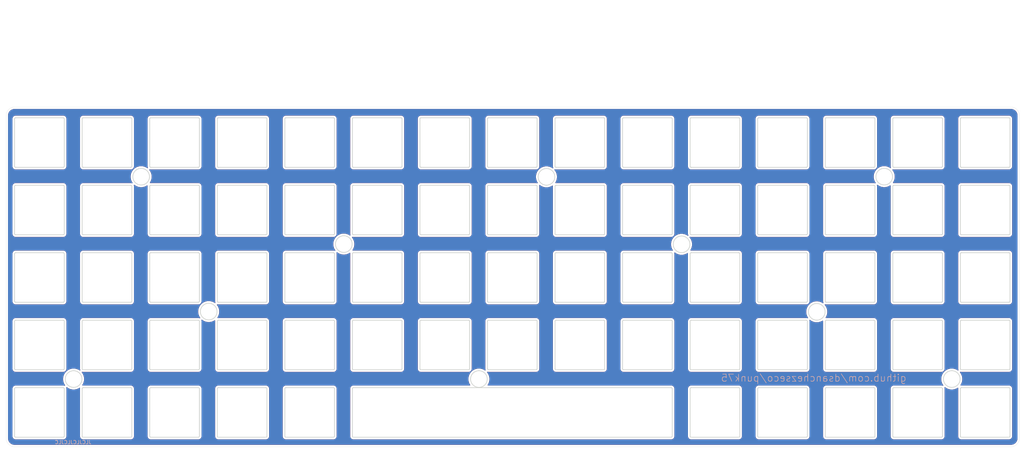
<source format=kicad_pcb>
(kicad_pcb (version 20171130) (host pcbnew "(5.1.6)-1")
  (layers (0 F.Cu signal) (31 B.Cu signal) (34 B.Paste user hide) (35 F.Paste user hide) (36 B.SilkS user) (37 F.SilkS user) (38 B.Mask user hide) (39 F.Mask user hide) (44 Edge.Cuts user))
  (net 0 "")
  (gr_circle (center 307.98 192.1) (end 310.33 192.1) (layer Edge.Cuts) (width 0.2))
  (gr_arc (start 362.74875 136.68) (end 365.13 136.68) (angle -90) (layer Edge.Cuts) (width 0.05))
  (gr_arc (start 81.76 136.68) (end 81.76 134.29875) (angle -90) (layer Edge.Cuts) (width 0.05))
  (gr_line (start 81.76 134.29875) (end 362.74875 134.29875) (layer Edge.Cuts) (width 0.05))
  (gr_line (start 79.37875 136.68) (end 79.375 227.80625) (layer Edge.Cuts) (width 0.05))
  (gr_line (start 228.824163 170.365837) (end 215.424163 170.365837) (layer Edge.Cuts) (width 0.2))
  (gr_arc (start 215.424163 156.665837) (end 215.424163 156.365837) (angle -90) (layer Edge.Cuts) (width 0.2))
  (gr_line (start 152.624163 189.415837) (end 139.224163 189.415837) (layer Edge.Cuts) (width 0.2))
  (gr_line (start 348.774163 137.315837) (end 362.174163 137.315837) (layer Edge.Cuts) (width 0.2))
  (gr_line (start 329.424163 151.015837) (end 329.424163 137.615837) (layer Edge.Cuts) (width 0.2))
  (gr_line (start 362.474163 137.615837) (end 362.474163 151.015837) (layer Edge.Cuts) (width 0.2))
  (gr_line (start 329.724163 137.315837) (end 343.124163 137.315837) (layer Edge.Cuts) (width 0.2))
  (gr_arc (start 348.774163 151.015837) (end 348.474163 151.015837) (angle -90) (layer Edge.Cuts) (width 0.2))
  (gr_line (start 229.124163 156.665837) (end 229.124163 170.065837) (layer Edge.Cuts) (width 0.2))
  (gr_arc (start 348.774163 137.615837) (end 348.774163 137.315837) (angle -90) (layer Edge.Cuts) (width 0.2))
  (gr_arc (start 343.124163 151.015837) (end 343.124163 151.315837) (angle -90) (layer Edge.Cuts) (width 0.2))
  (gr_line (start 348.474163 151.015837) (end 348.474163 137.615837) (layer Edge.Cuts) (width 0.2))
  (gr_line (start 343.424163 137.615837) (end 343.424163 151.015837) (layer Edge.Cuts) (width 0.2))
  (gr_arc (start 228.824163 156.665837) (end 229.124163 156.665837) (angle -90) (layer Edge.Cuts) (width 0.2))
  (gr_arc (start 329.724163 151.015837) (end 329.424163 151.015837) (angle -90) (layer Edge.Cuts) (width 0.2))
  (gr_line (start 343.124163 151.315837) (end 329.724163 151.315837) (layer Edge.Cuts) (width 0.2))
  (gr_arc (start 215.424163 170.065837) (end 215.124163 170.065837) (angle -90) (layer Edge.Cuts) (width 0.2))
  (gr_line (start 215.124163 170.065837) (end 215.124163 156.665837) (layer Edge.Cuts) (width 0.2))
  (gr_line (start 215.424163 156.365837) (end 228.824163 156.365837) (layer Edge.Cuts) (width 0.2))
  (gr_arc (start 362.174163 137.615837) (end 362.474163 137.615837) (angle -90) (layer Edge.Cuts) (width 0.2))
  (gr_arc (start 329.724163 137.615837) (end 329.724163 137.315837) (angle -90) (layer Edge.Cuts) (width 0.2))
  (gr_arc (start 343.124163 137.615837) (end 343.424163 137.615837) (angle -90) (layer Edge.Cuts) (width 0.2))
  (gr_arc (start 228.824163 170.065837) (end 228.824163 170.365837) (angle -90) (layer Edge.Cuts) (width 0.2))
  (gr_arc (start 152.624163 227.215837) (end 152.624163 227.515837) (angle -90) (layer Edge.Cuts) (width 0.2))
  (gr_line (start 171.674163 227.515837) (end 158.274163 227.515837) (layer Edge.Cuts) (width 0.2))
  (gr_arc (start 120.174163 227.215837) (end 119.874163 227.215837) (angle -90) (layer Edge.Cuts) (width 0.2))
  (gr_line (start 133.874163 213.815837) (end 133.874163 227.215837) (layer Edge.Cuts) (width 0.2))
  (gr_arc (start 101.124163 213.815837) (end 101.124163 213.515837) (angle -90) (layer Edge.Cuts) (width 0.2))
  (gr_line (start 152.624163 227.515837) (end 139.224163 227.515837) (layer Edge.Cuts) (width 0.2))
  (gr_arc (start 171.674163 227.215837) (end 171.674163 227.515837) (angle -90) (layer Edge.Cuts) (width 0.2))
  (gr_line (start 138.924163 227.215837) (end 138.924163 213.815837) (layer Edge.Cuts) (width 0.2))
  (gr_arc (start 139.224163 227.215837) (end 138.924163 227.215837) (angle -90) (layer Edge.Cuts) (width 0.2))
  (gr_arc (start 152.624163 213.815837) (end 152.924163 213.815837) (angle -90) (layer Edge.Cuts) (width 0.2))
  (gr_line (start 119.874163 227.215837) (end 119.874163 213.815837) (layer Edge.Cuts) (width 0.2))
  (gr_line (start 157.974163 227.215837) (end 157.974163 213.815837) (layer Edge.Cuts) (width 0.2))
  (gr_line (start 101.124163 213.515837) (end 114.524163 213.515837) (layer Edge.Cuts) (width 0.2))
  (gr_arc (start 120.174163 213.815837) (end 120.174163 213.515837) (angle -90) (layer Edge.Cuts) (width 0.2))
  (gr_line (start 152.924163 213.815837) (end 152.924163 227.215837) (layer Edge.Cuts) (width 0.2))
  (gr_line (start 120.174163 213.515837) (end 133.574163 213.515837) (layer Edge.Cuts) (width 0.2))
  (gr_arc (start 158.274163 213.815837) (end 158.274163 213.515837) (angle -90) (layer Edge.Cuts) (width 0.2))
  (gr_arc (start 133.574163 227.215837) (end 133.574163 227.515837) (angle -90) (layer Edge.Cuts) (width 0.2))
  (gr_arc (start 139.224163 213.815837) (end 139.224163 213.515837) (angle -90) (layer Edge.Cuts) (width 0.2))
  (gr_arc (start 101.124163 227.215837) (end 100.824163 227.215837) (angle -90) (layer Edge.Cuts) (width 0.2))
  (gr_line (start 100.824163 227.215837) (end 100.824163 213.815837) (layer Edge.Cuts) (width 0.2))
  (gr_line (start 139.224163 213.515837) (end 152.624163 213.515837) (layer Edge.Cuts) (width 0.2))
  (gr_arc (start 171.674163 213.815837) (end 171.974163 213.815837) (angle -90) (layer Edge.Cuts) (width 0.2))
  (gr_line (start 133.574163 227.515837) (end 120.174163 227.515837) (layer Edge.Cuts) (width 0.2))
  (gr_line (start 158.274163 213.515837) (end 171.674163 213.515837) (layer Edge.Cuts) (width 0.2))
  (gr_arc (start 133.574163 213.815837) (end 133.874163 213.815837) (angle -90) (layer Edge.Cuts) (width 0.2))
  (gr_line (start 171.974163 213.815837) (end 171.974163 227.215837) (layer Edge.Cuts) (width 0.2))
  (gr_arc (start 95.474163 227.215837) (end 95.474163 227.515837) (angle -90) (layer Edge.Cuts) (width 0.2))
  (gr_line (start 329.424163 208.165837) (end 329.424163 194.765837) (layer Edge.Cuts) (width 0.2))
  (gr_line (start 95.474163 227.515837) (end 82.074163 227.515837) (layer Edge.Cuts) (width 0.2))
  (gr_arc (start 329.724163 208.165837) (end 329.424163 208.165837) (angle -90) (layer Edge.Cuts) (width 0.2))
  (gr_line (start 348.774163 194.465837) (end 362.174163 194.465837) (layer Edge.Cuts) (width 0.2))
  (gr_line (start 81.774163 227.215837) (end 81.774163 213.815837) (layer Edge.Cuts) (width 0.2))
  (gr_arc (start 343.124163 208.165837) (end 343.124163 208.465837) (angle -90) (layer Edge.Cuts) (width 0.2))
  (gr_line (start 95.774163 213.815837) (end 95.774163 227.215837) (layer Edge.Cuts) (width 0.2))
  (gr_arc (start 362.174163 194.765837) (end 362.474163 194.765837) (angle -90) (layer Edge.Cuts) (width 0.2))
  (gr_arc (start 362.174163 208.165837) (end 362.174163 208.465837) (angle -90) (layer Edge.Cuts) (width 0.2))
  (gr_line (start 348.474163 208.165837) (end 348.474163 194.765837) (layer Edge.Cuts) (width 0.2))
  (gr_arc (start 348.774163 194.765837) (end 348.774163 194.465837) (angle -90) (layer Edge.Cuts) (width 0.2))
  (gr_line (start 362.474163 194.765837) (end 362.474163 208.165837) (layer Edge.Cuts) (width 0.2))
  (gr_line (start 329.724163 194.465837) (end 343.124163 194.465837) (layer Edge.Cuts) (width 0.2))
  (gr_line (start 362.174163 208.465837) (end 348.774163 208.465837) (layer Edge.Cuts) (width 0.2))
  (gr_line (start 343.424163 194.765837) (end 343.424163 208.165837) (layer Edge.Cuts) (width 0.2))
  (gr_arc (start 329.724163 194.765837) (end 329.724163 194.465837) (angle -90) (layer Edge.Cuts) (width 0.2))
  (gr_arc (start 343.124163 194.765837) (end 343.424163 194.765837) (angle -90) (layer Edge.Cuts) (width 0.2))
  (gr_arc (start 114.524163 213.815837) (end 114.824163 213.815837) (angle -90) (layer Edge.Cuts) (width 0.2))
  (gr_line (start 114.824163 213.815837) (end 114.824163 227.215837) (layer Edge.Cuts) (width 0.2))
  (gr_arc (start 114.524163 227.215837) (end 114.524163 227.515837) (angle -90) (layer Edge.Cuts) (width 0.2))
  (gr_line (start 114.524163 227.515837) (end 101.124163 227.515837) (layer Edge.Cuts) (width 0.2))
  (gr_arc (start 82.074163 227.215837) (end 81.774163 227.215837) (angle -90) (layer Edge.Cuts) (width 0.2))
  (gr_line (start 343.124163 208.465837) (end 329.724163 208.465837) (layer Edge.Cuts) (width 0.2))
  (gr_arc (start 82.074163 213.815837) (end 82.074163 213.515837) (angle -90) (layer Edge.Cuts) (width 0.2))
  (gr_line (start 82.074163 213.515837) (end 95.474163 213.515837) (layer Edge.Cuts) (width 0.2))
  (gr_arc (start 95.474163 213.815837) (end 95.774163 213.815837) (angle -90) (layer Edge.Cuts) (width 0.2))
  (gr_arc (start 348.774163 208.165837) (end 348.474163 208.165837) (angle -90) (layer Edge.Cuts) (width 0.2))
  (gr_line (start 291.324163 151.015837) (end 291.324163 137.615837) (layer Edge.Cuts) (width 0.2))
  (gr_arc (start 272.574163 137.615837) (end 272.574163 137.315837) (angle -90) (layer Edge.Cuts) (width 0.2))
  (gr_line (start 291.324163 208.165837) (end 291.324163 194.765837) (layer Edge.Cuts) (width 0.2))
  (gr_line (start 305.024163 208.465837) (end 291.624163 208.465837) (layer Edge.Cuts) (width 0.2))
  (gr_arc (start 291.624163 151.015837) (end 291.324163 151.015837) (angle -90) (layer Edge.Cuts) (width 0.2))
  (gr_line (start 101.124163 156.365837) (end 114.524163 156.365837) (layer Edge.Cuts) (width 0.2))
  (gr_line (start 114.524163 170.365837) (end 101.124163 170.365837) (layer Edge.Cuts) (width 0.2))
  (gr_line (start 133.874163 156.665837) (end 133.874163 170.065837) (layer Edge.Cuts) (width 0.2))
  (gr_line (start 272.274163 208.165837) (end 272.274163 194.765837) (layer Edge.Cuts) (width 0.2))
  (gr_arc (start 285.974163 208.165837) (end 285.974163 208.465837) (angle -90) (layer Edge.Cuts) (width 0.2))
  (gr_arc (start 285.974163 151.015837) (end 285.974163 151.315837) (angle -90) (layer Edge.Cuts) (width 0.2))
  (gr_line (start 177.024163 213.815837) (end 177.024163 227.215837) (layer Edge.Cuts) (width 0.2))
  (gr_line (start 310.374163 208.165837) (end 310.374163 194.765837) (layer Edge.Cuts) (width 0.2))
  (gr_arc (start 305.024163 208.165837) (end 305.024163 208.465837) (angle -90) (layer Edge.Cuts) (width 0.2))
  (gr_arc (start 158.274163 189.115837) (end 157.974163 189.115837) (angle -90) (layer Edge.Cuts) (width 0.2))
  (gr_arc (start 310.674163 208.165837) (end 310.374163 208.165837) (angle -90) (layer Edge.Cuts) (width 0.2))
  (gr_arc (start 158.274163 175.715837) (end 158.274163 175.415837) (angle -90) (layer Edge.Cuts) (width 0.2))
  (gr_arc (start 310.674163 194.765837) (end 310.674163 194.465837) (angle -90) (layer Edge.Cuts) (width 0.2))
  (gr_arc (start 324.074163 194.765837) (end 324.374163 194.765837) (angle -90) (layer Edge.Cuts) (width 0.2))
  (gr_line (start 272.574163 137.315837) (end 285.974163 137.315837) (layer Edge.Cuts) (width 0.2))
  (gr_arc (start 272.574163 194.765837) (end 272.574163 194.465837) (angle -90) (layer Edge.Cuts) (width 0.2))
  (gr_line (start 324.374163 194.765837) (end 324.374163 208.165837) (layer Edge.Cuts) (width 0.2))
  (gr_arc (start 324.074163 208.165837) (end 324.074163 208.465837) (angle -90) (layer Edge.Cuts) (width 0.2))
  (gr_line (start 324.074163 208.465837) (end 310.674163 208.465837) (layer Edge.Cuts) (width 0.2))
  (gr_line (start 272.574163 194.465837) (end 285.974163 194.465837) (layer Edge.Cuts) (width 0.2))
  (gr_line (start 286.274163 137.615837) (end 286.274163 151.015837) (layer Edge.Cuts) (width 0.2))
  (gr_arc (start 272.574163 151.015837) (end 272.274163 151.015837) (angle -90) (layer Edge.Cuts) (width 0.2))
  (gr_line (start 157.974163 189.115837) (end 157.974163 175.715837) (layer Edge.Cuts) (width 0.2))
  (gr_line (start 285.974163 208.465837) (end 272.574163 208.465837) (layer Edge.Cuts) (width 0.2))
  (gr_line (start 119.874163 170.065837) (end 119.874163 156.665837) (layer Edge.Cuts) (width 0.2))
  (gr_line (start 158.274163 175.415837) (end 171.674163 175.415837) (layer Edge.Cuts) (width 0.2))
  (gr_arc (start 285.974163 137.615837) (end 286.274163 137.615837) (angle -90) (layer Edge.Cuts) (width 0.2))
  (gr_line (start 266.924163 213.515837) (end 177.324163 213.515837) (layer Edge.Cuts) (width 0.2))
  (gr_arc (start 291.624163 208.165837) (end 291.324163 208.165837) (angle -90) (layer Edge.Cuts) (width 0.2))
  (gr_arc (start 114.524163 170.065837) (end 114.524163 170.365837) (angle -90) (layer Edge.Cuts) (width 0.2))
  (gr_arc (start 266.924163 213.815837) (end 267.224163 213.815837) (angle -90) (layer Edge.Cuts) (width 0.2))
  (gr_arc (start 285.974163 194.765837) (end 286.274163 194.765837) (angle -90) (layer Edge.Cuts) (width 0.2))
  (gr_arc (start 101.124163 170.065837) (end 100.824163 170.065837) (angle -90) (layer Edge.Cuts) (width 0.2))
  (gr_arc (start 291.624163 194.765837) (end 291.624163 194.465837) (angle -90) (layer Edge.Cuts) (width 0.2))
  (gr_line (start 133.574163 170.365837) (end 120.174163 170.365837) (layer Edge.Cuts) (width 0.2))
  (gr_line (start 305.324163 194.765837) (end 305.324163 208.165837) (layer Edge.Cuts) (width 0.2))
  (gr_arc (start 120.174163 170.065837) (end 119.874163 170.065837) (angle -90) (layer Edge.Cuts) (width 0.2))
  (gr_line (start 286.274163 194.765837) (end 286.274163 208.165837) (layer Edge.Cuts) (width 0.2))
  (gr_line (start 100.824163 170.065837) (end 100.824163 156.665837) (layer Edge.Cuts) (width 0.2))
  (gr_arc (start 305.024163 194.765837) (end 305.324163 194.765837) (angle -90) (layer Edge.Cuts) (width 0.2))
  (gr_line (start 291.624163 137.315837) (end 305.024163 137.315837) (layer Edge.Cuts) (width 0.2))
  (gr_arc (start 120.174163 156.665837) (end 120.174163 156.365837) (angle -90) (layer Edge.Cuts) (width 0.2))
  (gr_line (start 305.324163 137.615837) (end 305.324163 151.015837) (layer Edge.Cuts) (width 0.2))
  (gr_arc (start 305.024163 137.615837) (end 305.324163 137.615837) (angle -90) (layer Edge.Cuts) (width 0.2))
  (gr_line (start 120.174163 156.365837) (end 133.574163 156.365837) (layer Edge.Cuts) (width 0.2))
  (gr_arc (start 133.574163 156.665837) (end 133.874163 156.665837) (angle -90) (layer Edge.Cuts) (width 0.2))
  (gr_arc (start 133.574163 170.065837) (end 133.574163 170.365837) (angle -90) (layer Edge.Cuts) (width 0.2))
  (gr_line (start 285.974163 151.315837) (end 272.574163 151.315837) (layer Edge.Cuts) (width 0.2))
  (gr_arc (start 177.324163 213.815837) (end 177.324163 213.515837) (angle -90) (layer Edge.Cuts) (width 0.2))
  (gr_arc (start 177.324163 227.215837) (end 177.024163 227.215837) (angle -90) (layer Edge.Cuts) (width 0.2))
  (gr_arc (start 291.624163 137.615837) (end 291.624163 137.315837) (angle -90) (layer Edge.Cuts) (width 0.2))
  (gr_line (start 291.624163 194.465837) (end 305.024163 194.465837) (layer Edge.Cuts) (width 0.2))
  (gr_arc (start 114.524163 156.665837) (end 114.824163 156.665837) (angle -90) (layer Edge.Cuts) (width 0.2))
  (gr_line (start 310.674163 194.465837) (end 324.074163 194.465837) (layer Edge.Cuts) (width 0.2))
  (gr_arc (start 272.574163 208.165837) (end 272.274163 208.165837) (angle -90) (layer Edge.Cuts) (width 0.2))
  (gr_arc (start 101.124163 156.665837) (end 101.124163 156.365837) (angle -90) (layer Edge.Cuts) (width 0.2))
  (gr_line (start 267.224163 227.215837) (end 267.224163 213.815837) (layer Edge.Cuts) (width 0.2))
  (gr_line (start 114.824163 156.665837) (end 114.824163 170.065837) (layer Edge.Cuts) (width 0.2))
  (gr_line (start 272.274163 151.015837) (end 272.274163 137.615837) (layer Edge.Cuts) (width 0.2))
  (gr_arc (start 133.574163 151.015837) (end 133.574163 151.315837) (angle -90) (layer Edge.Cuts) (width 0.2))
  (gr_arc (start 101.124163 189.115837) (end 100.824163 189.115837) (angle -90) (layer Edge.Cuts) (width 0.2))
  (gr_line (start 266.924163 170.365837) (end 253.524163 170.365837) (layer Edge.Cuts) (width 0.2))
  (gr_arc (start 253.524163 156.665837) (end 253.524163 156.365837) (angle -90) (layer Edge.Cuts) (width 0.2))
  (gr_arc (start 253.524163 170.065837) (end 253.224163 170.065837) (angle -90) (layer Edge.Cuts) (width 0.2))
  (gr_line (start 114.824163 175.715837) (end 114.824163 189.115837) (layer Edge.Cuts) (width 0.2))
  (gr_line (start 253.224163 170.065837) (end 253.224163 156.665837) (layer Edge.Cuts) (width 0.2))
  (gr_line (start 267.224163 156.665837) (end 267.224163 170.065837) (layer Edge.Cuts) (width 0.2))
  (gr_line (start 253.524163 156.365837) (end 266.924163 156.365837) (layer Edge.Cuts) (width 0.2))
  (gr_arc (start 266.924163 156.665837) (end 267.224163 156.665837) (angle -90) (layer Edge.Cuts) (width 0.2))
  (gr_arc (start 101.124163 175.715837) (end 101.124163 175.415837) (angle -90) (layer Edge.Cuts) (width 0.2))
  (gr_arc (start 266.924163 170.065837) (end 266.924163 170.365837) (angle -90) (layer Edge.Cuts) (width 0.2))
  (gr_arc (start 114.524163 175.715837) (end 114.824163 175.715837) (angle -90) (layer Edge.Cuts) (width 0.2))
  (gr_line (start 100.824163 189.115837) (end 100.824163 175.715837) (layer Edge.Cuts) (width 0.2))
  (gr_line (start 101.124163 175.415837) (end 114.524163 175.415837) (layer Edge.Cuts) (width 0.2))
  (gr_line (start 119.874163 151.015837) (end 119.874163 137.615837) (layer Edge.Cuts) (width 0.2))
  (gr_arc (start 120.174163 137.615837) (end 120.174163 137.315837) (angle -90) (layer Edge.Cuts) (width 0.2))
  (gr_line (start 114.524163 189.415837) (end 101.124163 189.415837) (layer Edge.Cuts) (width 0.2))
  (gr_line (start 120.174163 137.315837) (end 133.574163 137.315837) (layer Edge.Cuts) (width 0.2))
  (gr_arc (start 114.524163 189.115837) (end 114.524163 189.415837) (angle -90) (layer Edge.Cuts) (width 0.2))
  (gr_arc (start 133.574163 137.615837) (end 133.874163 137.615837) (angle -90) (layer Edge.Cuts) (width 0.2))
  (gr_line (start 133.874163 137.615837) (end 133.874163 151.015837) (layer Edge.Cuts) (width 0.2))
  (gr_line (start 133.574163 151.315837) (end 120.174163 151.315837) (layer Edge.Cuts) (width 0.2))
  (gr_line (start 82.074163 175.415837) (end 95.474163 175.415837) (layer Edge.Cuts) (width 0.2))
  (gr_arc (start 177.324163 137.615837) (end 177.324163 137.315837) (angle -90) (layer Edge.Cuts) (width 0.2))
  (gr_line (start 95.474163 189.415837) (end 82.074163 189.415837) (layer Edge.Cuts) (width 0.2))
  (gr_line (start 362.474163 156.665837) (end 362.474163 170.065837) (layer Edge.Cuts) (width 0.2))
  (gr_arc (start 152.624163 156.665837) (end 152.924163 156.665837) (angle -90) (layer Edge.Cuts) (width 0.2))
  (gr_line (start 81.774163 170.065837) (end 81.774163 156.665837) (layer Edge.Cuts) (width 0.2))
  (gr_arc (start 82.074163 156.665837) (end 82.074163 156.365837) (angle -90) (layer Edge.Cuts) (width 0.2))
  (gr_arc (start 190.724163 151.015837) (end 190.724163 151.315837) (angle -90) (layer Edge.Cuts) (width 0.2))
  (gr_line (start 82.074163 156.365837) (end 95.474163 156.365837) (layer Edge.Cuts) (width 0.2))
  (gr_arc (start 139.224163 170.065837) (end 138.924163 170.065837) (angle -90) (layer Edge.Cuts) (width 0.2))
  (gr_arc (start 158.274163 151.015837) (end 157.974163 151.015837) (angle -90) (layer Edge.Cuts) (width 0.2))
  (gr_arc (start 158.274163 137.615837) (end 158.274163 137.315837) (angle -90) (layer Edge.Cuts) (width 0.2))
  (gr_line (start 138.924163 170.065837) (end 138.924163 156.665837) (layer Edge.Cuts) (width 0.2))
  (gr_arc (start 139.224163 156.665837) (end 139.224163 156.365837) (angle -90) (layer Edge.Cuts) (width 0.2))
  (gr_line (start 177.324163 137.315837) (end 190.724163 137.315837) (layer Edge.Cuts) (width 0.2))
  (gr_line (start 152.924163 156.665837) (end 152.924163 170.065837) (layer Edge.Cuts) (width 0.2))
  (gr_arc (start 152.624163 170.065837) (end 152.624163 170.365837) (angle -90) (layer Edge.Cuts) (width 0.2))
  (gr_arc (start 177.324163 151.015837) (end 177.024163 151.015837) (angle -90) (layer Edge.Cuts) (width 0.2))
  (gr_line (start 191.024163 137.615837) (end 191.024163 151.015837) (layer Edge.Cuts) (width 0.2))
  (gr_line (start 157.974163 151.015837) (end 157.974163 137.615837) (layer Edge.Cuts) (width 0.2))
  (gr_line (start 348.474163 170.065837) (end 348.474163 156.665837) (layer Edge.Cuts) (width 0.2))
  (gr_line (start 158.274163 137.315837) (end 171.674163 137.315837) (layer Edge.Cuts) (width 0.2))
  (gr_arc (start 190.724163 137.615837) (end 191.024163 137.615837) (angle -90) (layer Edge.Cuts) (width 0.2))
  (gr_arc (start 95.474163 189.115837) (end 95.474163 189.415837) (angle -90) (layer Edge.Cuts) (width 0.2))
  (gr_line (start 139.224163 156.365837) (end 152.624163 156.365837) (layer Edge.Cuts) (width 0.2))
  (gr_line (start 171.974163 137.615837) (end 171.974163 151.015837) (layer Edge.Cuts) (width 0.2))
  (gr_line (start 362.174163 170.365837) (end 348.774163 170.365837) (layer Edge.Cuts) (width 0.2))
  (gr_arc (start 348.774163 170.065837) (end 348.474163 170.065837) (angle -90) (layer Edge.Cuts) (width 0.2))
  (gr_line (start 152.624163 170.365837) (end 139.224163 170.365837) (layer Edge.Cuts) (width 0.2))
  (gr_arc (start 247.874163 151.015837) (end 247.874163 151.315837) (angle -90) (layer Edge.Cuts) (width 0.2))
  (gr_line (start 247.874163 151.315837) (end 234.474163 151.315837) (layer Edge.Cuts) (width 0.2))
  (gr_arc (start 82.074163 170.065837) (end 81.774163 170.065837) (angle -90) (layer Edge.Cuts) (width 0.2))
  (gr_arc (start 95.474163 156.665837) (end 95.774163 156.665837) (angle -90) (layer Edge.Cuts) (width 0.2))
  (gr_arc (start 95.474163 175.715837) (end 95.774163 175.715837) (angle -90) (layer Edge.Cuts) (width 0.2))
  (gr_arc (start 348.774163 156.665837) (end 348.774163 156.365837) (angle -90) (layer Edge.Cuts) (width 0.2))
  (gr_arc (start 362.174163 156.665837) (end 362.474163 156.665837) (angle -90) (layer Edge.Cuts) (width 0.2))
  (gr_line (start 348.774163 156.365837) (end 362.174163 156.365837) (layer Edge.Cuts) (width 0.2))
  (gr_arc (start 362.174163 170.065837) (end 362.174163 170.365837) (angle -90) (layer Edge.Cuts) (width 0.2))
  (gr_line (start 190.724163 151.315837) (end 177.324163 151.315837) (layer Edge.Cuts) (width 0.2))
  (gr_line (start 95.774163 156.665837) (end 95.774163 170.065837) (layer Edge.Cuts) (width 0.2))
  (gr_arc (start 82.074163 175.715837) (end 82.074163 175.415837) (angle -90) (layer Edge.Cuts) (width 0.2))
  (gr_arc (start 95.474163 170.065837) (end 95.474163 170.365837) (angle -90) (layer Edge.Cuts) (width 0.2))
  (gr_line (start 95.474163 170.365837) (end 82.074163 170.365837) (layer Edge.Cuts) (width 0.2))
  (gr_line (start 95.774163 175.715837) (end 95.774163 189.115837) (layer Edge.Cuts) (width 0.2))
  (gr_arc (start 171.674163 137.615837) (end 171.974163 137.615837) (angle -90) (layer Edge.Cuts) (width 0.2))
  (gr_line (start 177.024163 151.015837) (end 177.024163 137.615837) (layer Edge.Cuts) (width 0.2))
  (gr_arc (start 253.524163 194.765837) (end 253.524163 194.465837) (angle -90) (layer Edge.Cuts) (width 0.2))
  (gr_line (start 234.474163 194.465837) (end 247.874163 194.465837) (layer Edge.Cuts) (width 0.2))
  (gr_line (start 253.524163 194.465837) (end 266.924163 194.465837) (layer Edge.Cuts) (width 0.2))
  (gr_arc (start 266.924163 194.765837) (end 267.224163 194.765837) (angle -90) (layer Edge.Cuts) (width 0.2))
  (gr_arc (start 228.824163 194.765837) (end 229.124163 194.765837) (angle -90) (layer Edge.Cuts) (width 0.2))
  (gr_arc (start 177.324163 208.165837) (end 177.024163 208.165837) (angle -90) (layer Edge.Cuts) (width 0.2))
  (gr_line (start 267.224163 194.765837) (end 267.224163 208.165837) (layer Edge.Cuts) (width 0.2))
  (gr_line (start 228.824163 208.465837) (end 215.424163 208.465837) (layer Edge.Cuts) (width 0.2))
  (gr_arc (start 234.474163 194.765837) (end 234.474163 194.465837) (angle -90) (layer Edge.Cuts) (width 0.2))
  (gr_arc (start 228.824163 208.165837) (end 228.824163 208.465837) (angle -90) (layer Edge.Cuts) (width 0.2))
  (gr_line (start 196.074163 208.165837) (end 196.074163 194.765837) (layer Edge.Cuts) (width 0.2))
  (gr_line (start 196.374163 194.465837) (end 209.774163 194.465837) (layer Edge.Cuts) (width 0.2))
  (gr_line (start 215.424163 194.465837) (end 228.824163 194.465837) (layer Edge.Cuts) (width 0.2))
  (gr_line (start 266.924163 208.465837) (end 253.524163 208.465837) (layer Edge.Cuts) (width 0.2))
  (gr_line (start 248.174163 194.765837) (end 248.174163 208.165837) (layer Edge.Cuts) (width 0.2))
  (gr_line (start 191.024163 194.765837) (end 191.024163 208.165837) (layer Edge.Cuts) (width 0.2))
  (gr_arc (start 196.374163 194.765837) (end 196.374163 194.465837) (angle -90) (layer Edge.Cuts) (width 0.2))
  (gr_arc (start 209.774163 194.765837) (end 210.074163 194.765837) (angle -90) (layer Edge.Cuts) (width 0.2))
  (gr_arc (start 247.874163 208.165837) (end 247.874163 208.465837) (angle -90) (layer Edge.Cuts) (width 0.2))
  (gr_arc (start 234.474163 208.165837) (end 234.174163 208.165837) (angle -90) (layer Edge.Cuts) (width 0.2))
  (gr_arc (start 209.774163 208.165837) (end 209.774163 208.465837) (angle -90) (layer Edge.Cuts) (width 0.2))
  (gr_line (start 229.124163 194.765837) (end 229.124163 208.165837) (layer Edge.Cuts) (width 0.2))
  (gr_line (start 210.074163 194.765837) (end 210.074163 208.165837) (layer Edge.Cuts) (width 0.2))
  (gr_arc (start 190.724163 194.765837) (end 191.024163 194.765837) (angle -90) (layer Edge.Cuts) (width 0.2))
  (gr_line (start 177.324163 156.365837) (end 190.724163 156.365837) (layer Edge.Cuts) (width 0.2))
  (gr_line (start 177.024163 170.065837) (end 177.024163 156.665837) (layer Edge.Cuts) (width 0.2))
  (gr_line (start 215.124163 208.165837) (end 215.124163 194.765837) (layer Edge.Cuts) (width 0.2))
  (gr_arc (start 171.674163 151.015837) (end 171.674163 151.315837) (angle -90) (layer Edge.Cuts) (width 0.2))
  (gr_line (start 171.674163 151.315837) (end 158.274163 151.315837) (layer Edge.Cuts) (width 0.2))
  (gr_arc (start 177.324163 170.065837) (end 177.024163 170.065837) (angle -90) (layer Edge.Cuts) (width 0.2))
  (gr_arc (start 177.324163 156.665837) (end 177.324163 156.365837) (angle -90) (layer Edge.Cuts) (width 0.2))
  (gr_arc (start 215.424163 194.765837) (end 215.424163 194.465837) (angle -90) (layer Edge.Cuts) (width 0.2))
  (gr_arc (start 266.924163 208.165837) (end 266.924163 208.465837) (angle -90) (layer Edge.Cuts) (width 0.2))
  (gr_line (start 234.174163 208.165837) (end 234.174163 194.765837) (layer Edge.Cuts) (width 0.2))
  (gr_arc (start 247.874163 194.765837) (end 248.174163 194.765837) (angle -90) (layer Edge.Cuts) (width 0.2))
  (gr_line (start 177.024163 208.165837) (end 177.024163 194.765837) (layer Edge.Cuts) (width 0.2))
  (gr_line (start 177.324163 194.465837) (end 190.724163 194.465837) (layer Edge.Cuts) (width 0.2))
  (gr_line (start 247.874163 208.465837) (end 234.474163 208.465837) (layer Edge.Cuts) (width 0.2))
  (gr_arc (start 215.424163 208.165837) (end 215.124163 208.165837) (angle -90) (layer Edge.Cuts) (width 0.2))
  (gr_arc (start 190.724163 208.165837) (end 190.724163 208.465837) (angle -90) (layer Edge.Cuts) (width 0.2))
  (gr_arc (start 253.524163 208.165837) (end 253.224163 208.165837) (angle -90) (layer Edge.Cuts) (width 0.2))
  (gr_line (start 253.224163 208.165837) (end 253.224163 194.765837) (layer Edge.Cuts) (width 0.2))
  (gr_arc (start 196.374163 208.165837) (end 196.074163 208.165837) (angle -90) (layer Edge.Cuts) (width 0.2))
  (gr_line (start 209.774163 208.465837) (end 196.374163 208.465837) (layer Edge.Cuts) (width 0.2))
  (gr_arc (start 177.324163 194.765837) (end 177.324163 194.465837) (angle -90) (layer Edge.Cuts) (width 0.2))
  (gr_line (start 190.724163 208.465837) (end 177.324163 208.465837) (layer Edge.Cuts) (width 0.2))
  (gr_arc (start 348.774163 175.715837) (end 348.774163 175.415837) (angle -90) (layer Edge.Cuts) (width 0.2))
  (gr_line (start 133.874163 194.765837) (end 133.874163 208.165837) (layer Edge.Cuts) (width 0.2))
  (gr_line (start 114.824163 194.765837) (end 114.824163 208.165837) (layer Edge.Cuts) (width 0.2))
  (gr_line (start 152.924163 194.765837) (end 152.924163 208.165837) (layer Edge.Cuts) (width 0.2))
  (gr_arc (start 152.624163 208.165837) (end 152.624163 208.465837) (angle -90) (layer Edge.Cuts) (width 0.2))
  (gr_line (start 101.124163 194.465837) (end 114.524163 194.465837) (layer Edge.Cuts) (width 0.2))
  (gr_line (start 82.074163 194.465837) (end 95.474163 194.465837) (layer Edge.Cuts) (width 0.2))
  (gr_arc (start 152.624163 194.765837) (end 152.924163 194.765837) (angle -90) (layer Edge.Cuts) (width 0.2))
  (gr_arc (start 101.124163 208.165837) (end 100.824163 208.165837) (angle -90) (layer Edge.Cuts) (width 0.2))
  (gr_arc (start 82.074163 194.765837) (end 82.074163 194.465837) (angle -90) (layer Edge.Cuts) (width 0.2))
  (gr_line (start 95.474163 208.465837) (end 82.074163 208.465837) (layer Edge.Cuts) (width 0.2))
  (gr_line (start 152.624163 208.465837) (end 139.224163 208.465837) (layer Edge.Cuts) (width 0.2))
  (gr_line (start 95.774163 194.765837) (end 95.774163 208.165837) (layer Edge.Cuts) (width 0.2))
  (gr_arc (start 120.174163 194.765837) (end 120.174163 194.465837) (angle -90) (layer Edge.Cuts) (width 0.2))
  (gr_arc (start 139.224163 194.765837) (end 139.224163 194.465837) (angle -90) (layer Edge.Cuts) (width 0.2))
  (gr_line (start 119.874163 208.165837) (end 119.874163 194.765837) (layer Edge.Cuts) (width 0.2))
  (gr_line (start 171.674163 208.465837) (end 158.274163 208.465837) (layer Edge.Cuts) (width 0.2))
  (gr_arc (start 362.174163 175.715837) (end 362.474163 175.715837) (angle -90) (layer Edge.Cuts) (width 0.2))
  (gr_arc (start 158.274163 208.165837) (end 157.974163 208.165837) (angle -90) (layer Edge.Cuts) (width 0.2))
  (gr_line (start 157.974163 208.165837) (end 157.974163 194.765837) (layer Edge.Cuts) (width 0.2))
  (gr_arc (start 158.274163 194.765837) (end 158.274163 194.465837) (angle -90) (layer Edge.Cuts) (width 0.2))
  (gr_line (start 158.274163 194.465837) (end 171.674163 194.465837) (layer Edge.Cuts) (width 0.2))
  (gr_arc (start 171.674163 194.765837) (end 171.974163 194.765837) (angle -90) (layer Edge.Cuts) (width 0.2))
  (gr_line (start 348.774163 175.415837) (end 362.174163 175.415837) (layer Edge.Cuts) (width 0.2))
  (gr_line (start 171.974163 194.765837) (end 171.974163 208.165837) (layer Edge.Cuts) (width 0.2))
  (gr_arc (start 171.674163 208.165837) (end 171.674163 208.465837) (angle -90) (layer Edge.Cuts) (width 0.2))
  (gr_line (start 139.224163 194.465837) (end 152.624163 194.465837) (layer Edge.Cuts) (width 0.2))
  (gr_arc (start 120.174163 208.165837) (end 119.874163 208.165837) (angle -90) (layer Edge.Cuts) (width 0.2))
  (gr_arc (start 133.574163 208.165837) (end 133.574163 208.465837) (angle -90) (layer Edge.Cuts) (width 0.2))
  (gr_arc (start 114.524163 208.165837) (end 114.524163 208.465837) (angle -90) (layer Edge.Cuts) (width 0.2))
  (gr_line (start 120.174163 194.465837) (end 133.574163 194.465837) (layer Edge.Cuts) (width 0.2))
  (gr_arc (start 114.524163 194.765837) (end 114.824163 194.765837) (angle -90) (layer Edge.Cuts) (width 0.2))
  (gr_arc (start 133.574163 194.765837) (end 133.874163 194.765837) (angle -90) (layer Edge.Cuts) (width 0.2))
  (gr_line (start 348.474163 189.115837) (end 348.474163 175.715837) (layer Edge.Cuts) (width 0.2))
  (gr_line (start 81.774163 208.165837) (end 81.774163 194.765837) (layer Edge.Cuts) (width 0.2))
  (gr_line (start 133.574163 208.465837) (end 120.174163 208.465837) (layer Edge.Cuts) (width 0.2))
  (gr_line (start 100.824163 208.165837) (end 100.824163 194.765837) (layer Edge.Cuts) (width 0.2))
  (gr_line (start 114.524163 208.465837) (end 101.124163 208.465837) (layer Edge.Cuts) (width 0.2))
  (gr_arc (start 82.074163 208.165837) (end 81.774163 208.165837) (angle -90) (layer Edge.Cuts) (width 0.2))
  (gr_arc (start 348.774163 189.115837) (end 348.474163 189.115837) (angle -90) (layer Edge.Cuts) (width 0.2))
  (gr_line (start 362.474163 175.715837) (end 362.474163 189.115837) (layer Edge.Cuts) (width 0.2))
  (gr_arc (start 101.124163 194.765837) (end 101.124163 194.465837) (angle -90) (layer Edge.Cuts) (width 0.2))
  (gr_arc (start 95.474163 208.165837) (end 95.474163 208.465837) (angle -90) (layer Edge.Cuts) (width 0.2))
  (gr_arc (start 139.224163 208.165837) (end 138.924163 208.165837) (angle -90) (layer Edge.Cuts) (width 0.2))
  (gr_line (start 138.924163 208.165837) (end 138.924163 194.765837) (layer Edge.Cuts) (width 0.2))
  (gr_arc (start 95.474163 194.765837) (end 95.774163 194.765837) (angle -90) (layer Edge.Cuts) (width 0.2))
  (gr_arc (start 329.724163 189.115837) (end 329.424163 189.115837) (angle -90) (layer Edge.Cuts) (width 0.2))
  (gr_line (start 310.374163 189.115837) (end 310.374163 175.715837) (layer Edge.Cuts) (width 0.2))
  (gr_arc (start 329.724163 175.715837) (end 329.724163 175.415837) (angle -90) (layer Edge.Cuts) (width 0.2))
  (gr_line (start 329.724163 175.415837) (end 343.124163 175.415837) (layer Edge.Cuts) (width 0.2))
  (gr_arc (start 343.124163 175.715837) (end 343.424163 175.715837) (angle -90) (layer Edge.Cuts) (width 0.2))
  (gr_line (start 343.424163 175.715837) (end 343.424163 189.115837) (layer Edge.Cuts) (width 0.2))
  (gr_arc (start 310.674163 175.715837) (end 310.674163 175.415837) (angle -90) (layer Edge.Cuts) (width 0.2))
  (gr_line (start 310.674163 175.415837) (end 324.074163 175.415837) (layer Edge.Cuts) (width 0.2))
  (gr_arc (start 324.074163 175.715837) (end 324.374163 175.715837) (angle -90) (layer Edge.Cuts) (width 0.2))
  (gr_arc (start 324.074163 189.115837) (end 324.074163 189.415837) (angle -90) (layer Edge.Cuts) (width 0.2))
  (gr_line (start 291.324163 189.115837) (end 291.324163 175.715837) (layer Edge.Cuts) (width 0.2))
  (gr_arc (start 291.624163 189.115837) (end 291.324163 189.115837) (angle -90) (layer Edge.Cuts) (width 0.2))
  (gr_arc (start 305.024163 175.715837) (end 305.324163 175.715837) (angle -90) (layer Edge.Cuts) (width 0.2))
  (gr_arc (start 291.624163 175.715837) (end 291.624163 175.415837) (angle -90) (layer Edge.Cuts) (width 0.2))
  (gr_arc (start 310.674163 189.115837) (end 310.374163 189.115837) (angle -90) (layer Edge.Cuts) (width 0.2))
  (gr_line (start 291.624163 175.415837) (end 305.024163 175.415837) (layer Edge.Cuts) (width 0.2))
  (gr_arc (start 362.174163 189.115837) (end 362.174163 189.415837) (angle -90) (layer Edge.Cuts) (width 0.2))
  (gr_arc (start 343.124163 189.115837) (end 343.124163 189.415837) (angle -90) (layer Edge.Cuts) (width 0.2))
  (gr_line (start 343.124163 189.415837) (end 329.724163 189.415837) (layer Edge.Cuts) (width 0.2))
  (gr_line (start 324.374163 175.715837) (end 324.374163 189.115837) (layer Edge.Cuts) (width 0.2))
  (gr_line (start 324.074163 189.415837) (end 310.674163 189.415837) (layer Edge.Cuts) (width 0.2))
  (gr_line (start 362.174163 189.415837) (end 348.774163 189.415837) (layer Edge.Cuts) (width 0.2))
  (gr_line (start 329.424163 189.115837) (end 329.424163 175.715837) (layer Edge.Cuts) (width 0.2))
  (gr_arc (start 272.574163 189.115837) (end 272.274163 189.115837) (angle -90) (layer Edge.Cuts) (width 0.2))
  (gr_line (start 272.274163 189.115837) (end 272.274163 175.715837) (layer Edge.Cuts) (width 0.2))
  (gr_arc (start 272.574163 175.715837) (end 272.574163 175.415837) (angle -90) (layer Edge.Cuts) (width 0.2))
  (gr_line (start 272.574163 175.415837) (end 285.974163 175.415837) (layer Edge.Cuts) (width 0.2))
  (gr_line (start 286.274163 175.715837) (end 286.274163 189.115837) (layer Edge.Cuts) (width 0.2))
  (gr_line (start 253.524163 175.415837) (end 266.924163 175.415837) (layer Edge.Cuts) (width 0.2))
  (gr_arc (start 253.524163 189.115837) (end 253.224163 189.115837) (angle -90) (layer Edge.Cuts) (width 0.2))
  (gr_arc (start 285.974163 175.715837) (end 286.274163 175.715837) (angle -90) (layer Edge.Cuts) (width 0.2))
  (gr_line (start 267.224163 175.715837) (end 267.224163 189.115837) (layer Edge.Cuts) (width 0.2))
  (gr_line (start 234.474163 175.415837) (end 247.874163 175.415837) (layer Edge.Cuts) (width 0.2))
  (gr_arc (start 234.474163 175.715837) (end 234.474163 175.415837) (angle -90) (layer Edge.Cuts) (width 0.2))
  (gr_arc (start 285.974163 189.115837) (end 285.974163 189.415837) (angle -90) (layer Edge.Cuts) (width 0.2))
  (gr_line (start 285.974163 189.415837) (end 272.574163 189.415837) (layer Edge.Cuts) (width 0.2))
  (gr_arc (start 234.474163 189.115837) (end 234.174163 189.115837) (angle -90) (layer Edge.Cuts) (width 0.2))
  (gr_arc (start 266.924163 175.715837) (end 267.224163 175.715837) (angle -90) (layer Edge.Cuts) (width 0.2))
  (gr_line (start 234.174163 189.115837) (end 234.174163 175.715837) (layer Edge.Cuts) (width 0.2))
  (gr_line (start 266.924163 189.415837) (end 253.524163 189.415837) (layer Edge.Cuts) (width 0.2))
  (gr_line (start 305.324163 175.715837) (end 305.324163 189.115837) (layer Edge.Cuts) (width 0.2))
  (gr_line (start 253.224163 189.115837) (end 253.224163 175.715837) (layer Edge.Cuts) (width 0.2))
  (gr_arc (start 305.024163 189.115837) (end 305.024163 189.415837) (angle -90) (layer Edge.Cuts) (width 0.2))
  (gr_arc (start 266.924163 189.115837) (end 266.924163 189.415837) (angle -90) (layer Edge.Cuts) (width 0.2))
  (gr_line (start 305.024163 189.415837) (end 291.624163 189.415837) (layer Edge.Cuts) (width 0.2))
  (gr_arc (start 253.524163 175.715837) (end 253.524163 175.415837) (angle -90) (layer Edge.Cuts) (width 0.2))
  (gr_line (start 248.174163 156.665837) (end 248.174163 170.065837) (layer Edge.Cuts) (width 0.2))
  (gr_line (start 139.224163 137.315837) (end 152.624163 137.315837) (layer Edge.Cuts) (width 0.2))
  (gr_line (start 247.874163 170.365837) (end 234.474163 170.365837) (layer Edge.Cuts) (width 0.2))
  (gr_arc (start 152.624163 175.715837) (end 152.924163 175.715837) (angle -90) (layer Edge.Cuts) (width 0.2))
  (gr_arc (start 247.874163 156.665837) (end 248.174163 156.665837) (angle -90) (layer Edge.Cuts) (width 0.2))
  (gr_arc (start 152.624163 151.015837) (end 152.624163 151.315837) (angle -90) (layer Edge.Cuts) (width 0.2))
  (gr_arc (start 139.224163 151.015837) (end 138.924163 151.015837) (angle -90) (layer Edge.Cuts) (width 0.2))
  (gr_arc (start 139.224163 189.115837) (end 138.924163 189.115837) (angle -90) (layer Edge.Cuts) (width 0.2))
  (gr_line (start 138.924163 151.015837) (end 138.924163 137.615837) (layer Edge.Cuts) (width 0.2))
  (gr_line (start 234.474163 156.365837) (end 247.874163 156.365837) (layer Edge.Cuts) (width 0.2))
  (gr_line (start 138.924163 189.115837) (end 138.924163 175.715837) (layer Edge.Cuts) (width 0.2))
  (gr_line (start 152.924163 175.715837) (end 152.924163 189.115837) (layer Edge.Cuts) (width 0.2))
  (gr_arc (start 139.224163 175.715837) (end 139.224163 175.415837) (angle -90) (layer Edge.Cuts) (width 0.2))
  (gr_arc (start 152.624163 189.115837) (end 152.624163 189.415837) (angle -90) (layer Edge.Cuts) (width 0.2))
  (gr_arc (start 234.474163 156.665837) (end 234.474163 156.365837) (angle -90) (layer Edge.Cuts) (width 0.2))
  (gr_line (start 139.224163 175.415837) (end 152.624163 175.415837) (layer Edge.Cuts) (width 0.2))
  (gr_arc (start 139.224163 137.615837) (end 139.224163 137.315837) (angle -90) (layer Edge.Cuts) (width 0.2))
  (gr_line (start 152.924163 137.615837) (end 152.924163 151.015837) (layer Edge.Cuts) (width 0.2))
  (gr_arc (start 234.474163 170.065837) (end 234.174163 170.065837) (angle -90) (layer Edge.Cuts) (width 0.2))
  (gr_line (start 234.174163 170.065837) (end 234.174163 156.665837) (layer Edge.Cuts) (width 0.2))
  (gr_arc (start 152.624163 137.615837) (end 152.924163 137.615837) (angle -90) (layer Edge.Cuts) (width 0.2))
  (gr_line (start 152.624163 151.315837) (end 139.224163 151.315837) (layer Edge.Cuts) (width 0.2))
  (gr_arc (start 247.874163 170.065837) (end 247.874163 170.365837) (angle -90) (layer Edge.Cuts) (width 0.2))
  (gr_line (start 209.774163 170.365837) (end 196.374163 170.365837) (layer Edge.Cuts) (width 0.2))
  (gr_line (start 209.774163 151.315837) (end 196.374163 151.315837) (layer Edge.Cuts) (width 0.2))
  (gr_arc (start 196.374163 151.015837) (end 196.074163 151.015837) (angle -90) (layer Edge.Cuts) (width 0.2))
  (gr_line (start 196.074163 170.065837) (end 196.074163 156.665837) (layer Edge.Cuts) (width 0.2))
  (gr_line (start 196.074163 151.015837) (end 196.074163 137.615837) (layer Edge.Cuts) (width 0.2))
  (gr_arc (start 209.774163 170.065837) (end 209.774163 170.365837) (angle -90) (layer Edge.Cuts) (width 0.2))
  (gr_arc (start 196.374163 170.065837) (end 196.074163 170.065837) (angle -90) (layer Edge.Cuts) (width 0.2))
  (gr_line (start 210.074163 137.615837) (end 210.074163 151.015837) (layer Edge.Cuts) (width 0.2))
  (gr_arc (start 329.724163 156.665837) (end 329.724163 156.365837) (angle -90) (layer Edge.Cuts) (width 0.2))
  (gr_arc (start 196.374163 156.665837) (end 196.374163 156.365837) (angle -90) (layer Edge.Cuts) (width 0.2))
  (gr_arc (start 120.174163 151.015837) (end 119.874163 151.015837) (angle -90) (layer Edge.Cuts) (width 0.2))
  (gr_line (start 196.374163 156.365837) (end 209.774163 156.365837) (layer Edge.Cuts) (width 0.2))
  (gr_line (start 196.374163 137.315837) (end 209.774163 137.315837) (layer Edge.Cuts) (width 0.2))
  (gr_arc (start 209.774163 137.615837) (end 210.074163 137.615837) (angle -90) (layer Edge.Cuts) (width 0.2))
  (gr_line (start 329.724163 156.365837) (end 343.124163 156.365837) (layer Edge.Cuts) (width 0.2))
  (gr_arc (start 209.774163 156.665837) (end 210.074163 156.665837) (angle -90) (layer Edge.Cuts) (width 0.2))
  (gr_arc (start 196.374163 137.615837) (end 196.374163 137.315837) (angle -90) (layer Edge.Cuts) (width 0.2))
  (gr_arc (start 343.124163 156.665837) (end 343.424163 156.665837) (angle -90) (layer Edge.Cuts) (width 0.2))
  (gr_line (start 343.424163 156.665837) (end 343.424163 170.065837) (layer Edge.Cuts) (width 0.2))
  (gr_arc (start 209.774163 151.015837) (end 209.774163 151.315837) (angle -90) (layer Edge.Cuts) (width 0.2))
  (gr_arc (start 343.124163 170.065837) (end 343.124163 170.365837) (angle -90) (layer Edge.Cuts) (width 0.2))
  (gr_line (start 343.124163 170.365837) (end 329.724163 170.365837) (layer Edge.Cuts) (width 0.2))
  (gr_line (start 210.074163 156.665837) (end 210.074163 170.065837) (layer Edge.Cuts) (width 0.2))
  (gr_arc (start 209.774163 189.115837) (end 209.774163 189.415837) (angle -90) (layer Edge.Cuts) (width 0.2))
  (gr_line (start 228.824163 189.415837) (end 215.424163 189.415837) (layer Edge.Cuts) (width 0.2))
  (gr_line (start 210.074163 175.715837) (end 210.074163 189.115837) (layer Edge.Cuts) (width 0.2))
  (gr_arc (start 196.374163 175.715837) (end 196.374163 175.415837) (angle -90) (layer Edge.Cuts) (width 0.2))
  (gr_line (start 209.774163 189.415837) (end 196.374163 189.415837) (layer Edge.Cuts) (width 0.2))
  (gr_line (start 196.374163 175.415837) (end 209.774163 175.415837) (layer Edge.Cuts) (width 0.2))
  (gr_arc (start 177.324163 189.115837) (end 177.024163 189.115837) (angle -90) (layer Edge.Cuts) (width 0.2))
  (gr_arc (start 247.874163 175.715837) (end 248.174163 175.715837) (angle -90) (layer Edge.Cuts) (width 0.2))
  (gr_line (start 248.174163 175.715837) (end 248.174163 189.115837) (layer Edge.Cuts) (width 0.2))
  (gr_line (start 177.024163 189.115837) (end 177.024163 175.715837) (layer Edge.Cuts) (width 0.2))
  (gr_arc (start 196.374163 189.115837) (end 196.074163 189.115837) (angle -90) (layer Edge.Cuts) (width 0.2))
  (gr_arc (start 247.874163 189.115837) (end 247.874163 189.415837) (angle -90) (layer Edge.Cuts) (width 0.2))
  (gr_arc (start 215.424163 175.715837) (end 215.424163 175.415837) (angle -90) (layer Edge.Cuts) (width 0.2))
  (gr_line (start 247.874163 189.415837) (end 234.474163 189.415837) (layer Edge.Cuts) (width 0.2))
  (gr_arc (start 215.424163 189.115837) (end 215.124163 189.115837) (angle -90) (layer Edge.Cuts) (width 0.2))
  (gr_line (start 196.074163 189.115837) (end 196.074163 175.715837) (layer Edge.Cuts) (width 0.2))
  (gr_line (start 215.124163 189.115837) (end 215.124163 175.715837) (layer Edge.Cuts) (width 0.2))
  (gr_line (start 215.424163 175.415837) (end 228.824163 175.415837) (layer Edge.Cuts) (width 0.2))
  (gr_arc (start 228.824163 175.715837) (end 229.124163 175.715837) (angle -90) (layer Edge.Cuts) (width 0.2))
  (gr_line (start 229.124163 175.715837) (end 229.124163 189.115837) (layer Edge.Cuts) (width 0.2))
  (gr_arc (start 228.824163 189.115837) (end 228.824163 189.415837) (angle -90) (layer Edge.Cuts) (width 0.2))
  (gr_arc (start 209.774163 175.715837) (end 210.074163 175.715837) (angle -90) (layer Edge.Cuts) (width 0.2))
  (gr_arc (start 177.324163 175.715837) (end 177.324163 175.415837) (angle -90) (layer Edge.Cuts) (width 0.2))
  (gr_arc (start 171.674163 175.715837) (end 171.974163 175.715837) (angle -90) (layer Edge.Cuts) (width 0.2))
  (gr_line (start 158.274163 156.365837) (end 171.674163 156.365837) (layer Edge.Cuts) (width 0.2))
  (gr_line (start 324.374163 156.665837) (end 324.374163 170.065837) (layer Edge.Cuts) (width 0.2))
  (gr_line (start 324.074163 170.365837) (end 310.674163 170.365837) (layer Edge.Cuts) (width 0.2))
  (gr_arc (start 291.624163 170.065837) (end 291.324163 170.065837) (angle -90) (layer Edge.Cuts) (width 0.2))
  (gr_arc (start 305.024163 170.065837) (end 305.024163 170.365837) (angle -90) (layer Edge.Cuts) (width 0.2))
  (gr_line (start 81.774163 189.115837) (end 81.774163 175.715837) (layer Edge.Cuts) (width 0.2))
  (gr_line (start 171.974163 175.715837) (end 171.974163 189.115837) (layer Edge.Cuts) (width 0.2))
  (gr_line (start 171.674163 189.415837) (end 158.274163 189.415837) (layer Edge.Cuts) (width 0.2))
  (gr_arc (start 82.074163 189.115837) (end 81.774163 189.115837) (angle -90) (layer Edge.Cuts) (width 0.2))
  (gr_line (start 305.324163 156.665837) (end 305.324163 170.065837) (layer Edge.Cuts) (width 0.2))
  (gr_arc (start 171.674163 189.115837) (end 171.674163 189.415837) (angle -90) (layer Edge.Cuts) (width 0.2))
  (gr_arc (start 158.274163 170.065837) (end 157.974163 170.065837) (angle -90) (layer Edge.Cuts) (width 0.2))
  (gr_line (start 305.024163 170.365837) (end 291.624163 170.365837) (layer Edge.Cuts) (width 0.2))
  (gr_arc (start 158.274163 156.665837) (end 158.274163 156.365837) (angle -90) (layer Edge.Cuts) (width 0.2))
  (gr_line (start 157.974163 170.065837) (end 157.974163 156.665837) (layer Edge.Cuts) (width 0.2))
  (gr_arc (start 305.024163 151.015837) (end 305.024163 151.315837) (angle -90) (layer Edge.Cuts) (width 0.2))
  (gr_arc (start 310.674163 170.065837) (end 310.374163 170.065837) (angle -90) (layer Edge.Cuts) (width 0.2))
  (gr_line (start 291.624163 156.365837) (end 305.024163 156.365837) (layer Edge.Cuts) (width 0.2))
  (gr_line (start 305.024163 151.315837) (end 291.624163 151.315837) (layer Edge.Cuts) (width 0.2))
  (gr_line (start 310.674163 156.365837) (end 324.074163 156.365837) (layer Edge.Cuts) (width 0.2))
  (gr_arc (start 305.024163 156.665837) (end 305.324163 156.665837) (angle -90) (layer Edge.Cuts) (width 0.2))
  (gr_line (start 310.374163 170.065837) (end 310.374163 156.665837) (layer Edge.Cuts) (width 0.2))
  (gr_arc (start 310.674163 156.665837) (end 310.674163 156.365837) (angle -90) (layer Edge.Cuts) (width 0.2))
  (gr_arc (start 324.074163 170.065837) (end 324.074163 170.365837) (angle -90) (layer Edge.Cuts) (width 0.2))
  (gr_line (start 291.324163 170.065837) (end 291.324163 156.665837) (layer Edge.Cuts) (width 0.2))
  (gr_arc (start 291.624163 156.665837) (end 291.624163 156.365837) (angle -90) (layer Edge.Cuts) (width 0.2))
  (gr_arc (start 324.074163 156.665837) (end 324.374163 156.665837) (angle -90) (layer Edge.Cuts) (width 0.2))
  (gr_line (start 310.374163 227.215837) (end 310.374163 213.815837) (layer Edge.Cuts) (width 0.2))
  (gr_arc (start 133.574163 189.115837) (end 133.574163 189.415837) (angle -90) (layer Edge.Cuts) (width 0.2))
  (gr_arc (start 266.924163 227.215837) (end 266.924163 227.515837) (angle -90) (layer Edge.Cuts) (width 0.2))
  (gr_arc (start 114.524163 137.615837) (end 114.824163 137.615837) (angle -90) (layer Edge.Cuts) (width 0.2))
  (gr_arc (start 362.174163 213.815837) (end 362.474163 213.815837) (angle -90) (layer Edge.Cuts) (width 0.2))
  (gr_arc (start 190.724163 156.665837) (end 191.024163 156.665837) (angle -90) (layer Edge.Cuts) (width 0.2))
  (gr_line (start 191.024163 156.665837) (end 191.024163 170.065837) (layer Edge.Cuts) (width 0.2))
  (gr_line (start 324.374163 213.815837) (end 324.374163 227.215837) (layer Edge.Cuts) (width 0.2))
  (gr_arc (start 324.074163 227.215837) (end 324.074163 227.515837) (angle -90) (layer Edge.Cuts) (width 0.2))
  (gr_arc (start 348.774163 213.815837) (end 348.774163 213.515837) (angle -90) (layer Edge.Cuts) (width 0.2))
  (gr_arc (start 329.724163 213.815837) (end 329.724163 213.515837) (angle -90) (layer Edge.Cuts) (width 0.2))
  (gr_line (start 114.524163 151.315837) (end 101.124163 151.315837) (layer Edge.Cuts) (width 0.2))
  (gr_line (start 329.424163 227.215837) (end 329.424163 213.815837) (layer Edge.Cuts) (width 0.2))
  (gr_arc (start 343.124163 227.215837) (end 343.124163 227.515837) (angle -90) (layer Edge.Cuts) (width 0.2))
  (gr_arc (start 291.624163 213.815837) (end 291.624163 213.515837) (angle -90) (layer Edge.Cuts) (width 0.2))
  (gr_arc (start 343.124163 213.815837) (end 343.424163 213.815837) (angle -90) (layer Edge.Cuts) (width 0.2))
  (gr_arc (start 305.024163 213.815837) (end 305.324163 213.815837) (angle -90) (layer Edge.Cuts) (width 0.2))
  (gr_arc (start 190.724163 170.065837) (end 190.724163 170.365837) (angle -90) (layer Edge.Cuts) (width 0.2))
  (gr_line (start 253.224163 151.015837) (end 253.224163 137.615837) (layer Edge.Cuts) (width 0.2))
  (gr_line (start 100.824163 151.015837) (end 100.824163 137.615837) (layer Edge.Cuts) (width 0.2))
  (gr_line (start 133.874163 175.715837) (end 133.874163 189.115837) (layer Edge.Cuts) (width 0.2))
  (gr_line (start 133.574163 189.415837) (end 120.174163 189.415837) (layer Edge.Cuts) (width 0.2))
  (gr_arc (start 101.124163 151.015837) (end 100.824163 151.015837) (angle -90) (layer Edge.Cuts) (width 0.2))
  (gr_arc (start 266.924163 137.615837) (end 267.224163 137.615837) (angle -90) (layer Edge.Cuts) (width 0.2))
  (gr_line (start 310.674163 213.515837) (end 324.074163 213.515837) (layer Edge.Cuts) (width 0.2))
  (gr_line (start 119.874163 189.115837) (end 119.874163 175.715837) (layer Edge.Cuts) (width 0.2))
  (gr_arc (start 171.674163 156.665837) (end 171.974163 156.665837) (angle -90) (layer Edge.Cuts) (width 0.2))
  (gr_line (start 171.974163 156.665837) (end 171.974163 170.065837) (layer Edge.Cuts) (width 0.2))
  (gr_line (start 266.924163 151.315837) (end 253.524163 151.315837) (layer Edge.Cuts) (width 0.2))
  (gr_arc (start 171.674163 170.065837) (end 171.674163 170.365837) (angle -90) (layer Edge.Cuts) (width 0.2))
  (gr_line (start 171.674163 170.365837) (end 158.274163 170.365837) (layer Edge.Cuts) (width 0.2))
  (gr_arc (start 253.524163 151.015837) (end 253.224163 151.015837) (angle -90) (layer Edge.Cuts) (width 0.2))
  (gr_arc (start 310.674163 213.815837) (end 310.674163 213.515837) (angle -90) (layer Edge.Cuts) (width 0.2))
  (gr_arc (start 253.524163 137.615837) (end 253.524163 137.315837) (angle -90) (layer Edge.Cuts) (width 0.2))
  (gr_line (start 253.524163 137.315837) (end 266.924163 137.315837) (layer Edge.Cuts) (width 0.2))
  (gr_line (start 267.224163 137.615837) (end 267.224163 151.015837) (layer Edge.Cuts) (width 0.2))
  (gr_arc (start 120.174163 189.115837) (end 119.874163 189.115837) (angle -90) (layer Edge.Cuts) (width 0.2))
  (gr_arc (start 133.574163 175.715837) (end 133.874163 175.715837) (angle -90) (layer Edge.Cuts) (width 0.2))
  (gr_line (start 291.624163 213.515837) (end 305.024163 213.515837) (layer Edge.Cuts) (width 0.2))
  (gr_line (start 114.824163 137.615837) (end 114.824163 151.015837) (layer Edge.Cuts) (width 0.2))
  (gr_arc (start 291.624163 227.215837) (end 291.324163 227.215837) (angle -90) (layer Edge.Cuts) (width 0.2))
  (gr_line (start 177.324163 227.515837) (end 266.924163 227.515837) (layer Edge.Cuts) (width 0.2))
  (gr_line (start 362.474163 213.815837) (end 362.474163 227.215837) (layer Edge.Cuts) (width 0.2))
  (gr_line (start 101.124163 137.315837) (end 114.524163 137.315837) (layer Edge.Cuts) (width 0.2))
  (gr_line (start 348.774163 213.515837) (end 362.174163 213.515837) (layer Edge.Cuts) (width 0.2))
  (gr_arc (start 310.674163 227.215837) (end 310.374163 227.215837) (angle -90) (layer Edge.Cuts) (width 0.2))
  (gr_line (start 324.074163 227.515837) (end 310.674163 227.515837) (layer Edge.Cuts) (width 0.2))
  (gr_line (start 190.724163 170.365837) (end 177.324163 170.365837) (layer Edge.Cuts) (width 0.2))
  (gr_arc (start 101.124163 137.615837) (end 101.124163 137.315837) (angle -90) (layer Edge.Cuts) (width 0.2))
  (gr_arc (start 329.724163 227.215837) (end 329.424163 227.215837) (angle -90) (layer Edge.Cuts) (width 0.2))
  (gr_line (start 291.324163 227.215837) (end 291.324163 213.815837) (layer Edge.Cuts) (width 0.2))
  (gr_arc (start 114.524163 151.015837) (end 114.524163 151.315837) (angle -90) (layer Edge.Cuts) (width 0.2))
  (gr_line (start 305.324163 213.815837) (end 305.324163 227.215837) (layer Edge.Cuts) (width 0.2))
  (gr_arc (start 362.174163 227.215837) (end 362.174163 227.515837) (angle -90) (layer Edge.Cuts) (width 0.2))
  (gr_line (start 362.174163 227.515837) (end 348.774163 227.515837) (layer Edge.Cuts) (width 0.2))
  (gr_line (start 343.124163 227.515837) (end 329.724163 227.515837) (layer Edge.Cuts) (width 0.2))
  (gr_arc (start 324.074163 213.815837) (end 324.374163 213.815837) (angle -90) (layer Edge.Cuts) (width 0.2))
  (gr_arc (start 348.774163 227.215837) (end 348.474163 227.215837) (angle -90) (layer Edge.Cuts) (width 0.2))
  (gr_line (start 348.474163 227.215837) (end 348.474163 213.815837) (layer Edge.Cuts) (width 0.2))
  (gr_line (start 343.424163 213.815837) (end 343.424163 227.215837) (layer Edge.Cuts) (width 0.2))
  (gr_arc (start 266.924163 151.015837) (end 266.924163 151.315837) (angle -90) (layer Edge.Cuts) (width 0.2))
  (gr_arc (start 120.174163 175.715837) (end 120.174163 175.415837) (angle -90) (layer Edge.Cuts) (width 0.2))
  (gr_line (start 329.724163 213.515837) (end 343.124163 213.515837) (layer Edge.Cuts) (width 0.2))
  (gr_line (start 120.174163 175.415837) (end 133.574163 175.415837) (layer Edge.Cuts) (width 0.2))
  (gr_line (start 272.574163 213.515837) (end 285.974163 213.515837) (layer Edge.Cuts) (width 0.2))
  (gr_circle (center 117.45625 153.956251) (end 119.80625 153.956251) (layer Edge.Cuts) (width 0.2))
  (gr_circle (center 231.75625 153.997251) (end 234.10625 153.997251) (layer Edge.Cuts) (width 0.2))
  (gr_line (start 286.274163 156.665837) (end 286.274163 170.065837) (layer Edge.Cuts) (width 0.2))
  (gr_arc (start 272.574163 170.065837) (end 272.274163 170.065837) (angle -90) (layer Edge.Cuts) (width 0.2))
  (gr_arc (start 234.474163 151.015837) (end 234.174163 151.015837) (angle -90) (layer Edge.Cuts) (width 0.2))
  (gr_circle (center 346.05625 211.083751) (end 348.40625 211.083751) (layer Edge.Cuts) (width 0.2))
  (gr_circle (center 174.60625 172.983751) (end 176.95625 172.983751) (layer Edge.Cuts) (width 0.2))
  (gr_line (start 272.274163 170.065837) (end 272.274163 156.665837) (layer Edge.Cuts) (width 0.2))
  (gr_line (start 272.574163 156.365837) (end 285.974163 156.365837) (layer Edge.Cuts) (width 0.2))
  (gr_line (start 234.474163 137.315837) (end 247.874163 137.315837) (layer Edge.Cuts) (width 0.2))
  (gr_line (start 248.174163 137.615837) (end 248.174163 151.015837) (layer Edge.Cuts) (width 0.2))
  (gr_line (start 286.274163 213.815837) (end 286.274163 227.215837) (layer Edge.Cuts) (width 0.2))
  (gr_line (start 285.974163 227.515837) (end 272.574163 227.515837) (layer Edge.Cuts) (width 0.2))
  (gr_arc (start 158.274163 227.215837) (end 157.974163 227.215837) (angle -90) (layer Edge.Cuts) (width 0.2))
  (gr_circle (center 136.50625 192.033751) (end 138.85625 192.033751) (layer Edge.Cuts) (width 0.2))
  (gr_arc (start 272.574163 156.665837) (end 272.574163 156.365837) (angle -90) (layer Edge.Cuts) (width 0.2))
  (gr_arc (start 285.974163 156.665837) (end 286.274163 156.665837) (angle -90) (layer Edge.Cuts) (width 0.2))
  (gr_circle (center 327.00625 153.946251) (end 329.35625 153.946251) (layer Edge.Cuts) (width 0.2))
  (gr_line (start 234.174163 151.015837) (end 234.174163 137.615837) (layer Edge.Cuts) (width 0.2))
  (gr_circle (center 98.40625 211.083751) (end 100.75625 211.083751) (layer Edge.Cuts) (width 0.2))
  (gr_circle (center 269.85625 173.047251) (end 272.20625 173.047251) (layer Edge.Cuts) (width 0.2))
  (gr_circle (center 212.70625 211.083751) (end 215.05625 211.083751) (layer Edge.Cuts) (width 0.2))
  (gr_line (start 285.974163 170.365837) (end 272.574163 170.365837) (layer Edge.Cuts) (width 0.2))
  (gr_arc (start 305.024163 227.215837) (end 305.024163 227.515837) (angle -90) (layer Edge.Cuts) (width 0.2))
  (gr_arc (start 285.974163 213.815837) (end 286.274163 213.815837) (angle -90) (layer Edge.Cuts) (width 0.2))
  (gr_arc (start 285.974163 170.065837) (end 285.974163 170.365837) (angle -90) (layer Edge.Cuts) (width 0.2))
  (gr_arc (start 285.974163 227.215837) (end 285.974163 227.515837) (angle -90) (layer Edge.Cuts) (width 0.2))
  (gr_arc (start 247.874163 137.615837) (end 248.174163 137.615837) (angle -90) (layer Edge.Cuts) (width 0.2))
  (gr_line (start 305.024163 227.515837) (end 291.624163 227.515837) (layer Edge.Cuts) (width 0.2))
  (gr_arc (start 272.574163 227.215837) (end 272.274163 227.215837) (angle -90) (layer Edge.Cuts) (width 0.2))
  (gr_line (start 272.274163 227.215837) (end 272.274163 213.815837) (layer Edge.Cuts) (width 0.2))
  (gr_arc (start 234.474163 137.615837) (end 234.474163 137.315837) (angle -90) (layer Edge.Cuts) (width 0.2))
  (gr_arc (start 272.574163 213.815837) (end 272.574163 213.515837) (angle -90) (layer Edge.Cuts) (width 0.2))
  (gr_line (start 310.374163 151.015837) (end 310.374163 137.615837) (layer Edge.Cuts) (width 0.2))
  (gr_arc (start 310.674163 137.615837) (end 310.674163 137.315837) (angle -90) (layer Edge.Cuts) (width 0.2))
  (gr_arc (start 324.074163 137.615837) (end 324.374163 137.615837) (angle -90) (layer Edge.Cuts) (width 0.2))
  (gr_line (start 324.374163 137.615837) (end 324.374163 151.015837) (layer Edge.Cuts) (width 0.2))
  (gr_line (start 329.424163 170.065837) (end 329.424163 156.665837) (layer Edge.Cuts) (width 0.2))
  (gr_line (start 81.774163 151.015837) (end 81.774163 137.615837) (layer Edge.Cuts) (width 0.2))
  (gr_line (start 310.674163 137.315837) (end 324.074163 137.315837) (layer Edge.Cuts) (width 0.2))
  (gr_line (start 95.474163 151.315837) (end 82.074163 151.315837) (layer Edge.Cuts) (width 0.2))
  (gr_arc (start 95.474163 151.015837) (end 95.474163 151.315837) (angle -90) (layer Edge.Cuts) (width 0.2))
  (gr_arc (start 190.724163 175.715837) (end 191.024163 175.715837) (angle -90) (layer Edge.Cuts) (width 0.2))
  (gr_arc (start 82.074163 137.615837) (end 82.074163 137.315837) (angle -90) (layer Edge.Cuts) (width 0.2))
  (gr_line (start 324.074163 151.315837) (end 310.674163 151.315837) (layer Edge.Cuts) (width 0.2))
  (gr_arc (start 329.724163 170.065837) (end 329.424163 170.065837) (angle -90) (layer Edge.Cuts) (width 0.2))
  (gr_line (start 177.324163 175.415837) (end 190.724163 175.415837) (layer Edge.Cuts) (width 0.2))
  (gr_line (start 191.024163 175.715837) (end 191.024163 189.115837) (layer Edge.Cuts) (width 0.2))
  (gr_arc (start 190.724163 189.115837) (end 190.724163 189.415837) (angle -90) (layer Edge.Cuts) (width 0.2))
  (gr_line (start 190.724163 189.415837) (end 177.324163 189.415837) (layer Edge.Cuts) (width 0.2))
  (gr_arc (start 82.074163 151.015837) (end 81.774163 151.015837) (angle -90) (layer Edge.Cuts) (width 0.2))
  (gr_line (start 82.074163 137.315837) (end 95.474163 137.315837) (layer Edge.Cuts) (width 0.2))
  (gr_arc (start 95.474163 137.615837) (end 95.774163 137.615837) (angle -90) (layer Edge.Cuts) (width 0.2))
  (gr_line (start 95.774163 137.615837) (end 95.774163 151.015837) (layer Edge.Cuts) (width 0.2))
  (gr_arc (start 310.674163 151.015837) (end 310.374163 151.015837) (angle -90) (layer Edge.Cuts) (width 0.2))
  (gr_arc (start 324.074163 151.015837) (end 324.074163 151.315837) (angle -90) (layer Edge.Cuts) (width 0.2))
  (gr_line (start 362.174163 151.315837) (end 348.774163 151.315837) (layer Edge.Cuts) (width 0.2))
  (gr_line (start 215.424163 137.315837) (end 228.824163 137.315837) (layer Edge.Cuts) (width 0.2))
  (gr_arc (start 215.424163 137.615837) (end 215.424163 137.315837) (angle -90) (layer Edge.Cuts) (width 0.2))
  (gr_arc (start 215.424163 151.015837) (end 215.124163 151.015837) (angle -90) (layer Edge.Cuts) (width 0.2))
  (gr_line (start 215.124163 151.015837) (end 215.124163 137.615837) (layer Edge.Cuts) (width 0.2))
  (gr_line (start 229.124163 137.615837) (end 229.124163 151.015837) (layer Edge.Cuts) (width 0.2))
  (gr_arc (start 228.824163 137.615837) (end 229.124163 137.615837) (angle -90) (layer Edge.Cuts) (width 0.2))
  (gr_arc (start 228.824163 151.015837) (end 228.824163 151.315837) (angle -90) (layer Edge.Cuts) (width 0.2))
  (gr_line (start 228.824163 151.315837) (end 215.424163 151.315837) (layer Edge.Cuts) (width 0.2))
  (gr_arc (start 362.174163 151.015837) (end 362.174163 151.315837) (angle -90) (layer Edge.Cuts) (width 0.2))
  (gr_text JLCJLCJLCJLC (at 98.26 228.92) (layer B.SilkS) (effects (font (size 1 1)) (justify mirror)))
  (gr_text github.com/dsanchezseco/punk75 (at 307.11 210.78) (layer B.SilkS) (effects (font (size 2 2)) (justify mirror)))
  (gr_line (start 362.74375 230.1875) (end 81.75625 230.1875) (layer Edge.Cuts) (width 0.05))
  (gr_line (start 365.13 136.68) (end 365.125 227.80625) (layer Edge.Cuts) (width 0.05))
  (gr_arc (start 81.75625 227.80625) (end 79.375 227.80625) (angle -90) (layer Edge.Cuts) (width 0.05))
  (gr_arc (start 362.74375 227.80625) (end 362.74375 230.1875) (angle -90) (layer Edge.Cuts) (width 0.05))
  (zone (net 0) (net_name "") (layer F.Cu) (connect_pads (clearance 0.508)) (min_thickness 0.254) (fill yes (arc_segments 32) (thermal_gap 0.508) (thermal_bridge_width 0.508))
    (polygon (pts (xy 366.3 104.95) (xy 366.425 231.1) (xy 78.075 233.4) (xy 77.65 104.075)))
  )
  (zone (net 0) (net_name "") (layer B.Cu) (connect_pads (clearance 0.508)) (min_thickness 0.254) (fill yes (arc_segments 32) (thermal_gap 0.508) (thermal_bridge_width 0.508))
    (polygon (pts (xy 366.325 104.925) (xy 366.325 231.1) (xy 77.65 233.2) (xy 77.875 104.225)))
  )
)
</source>
